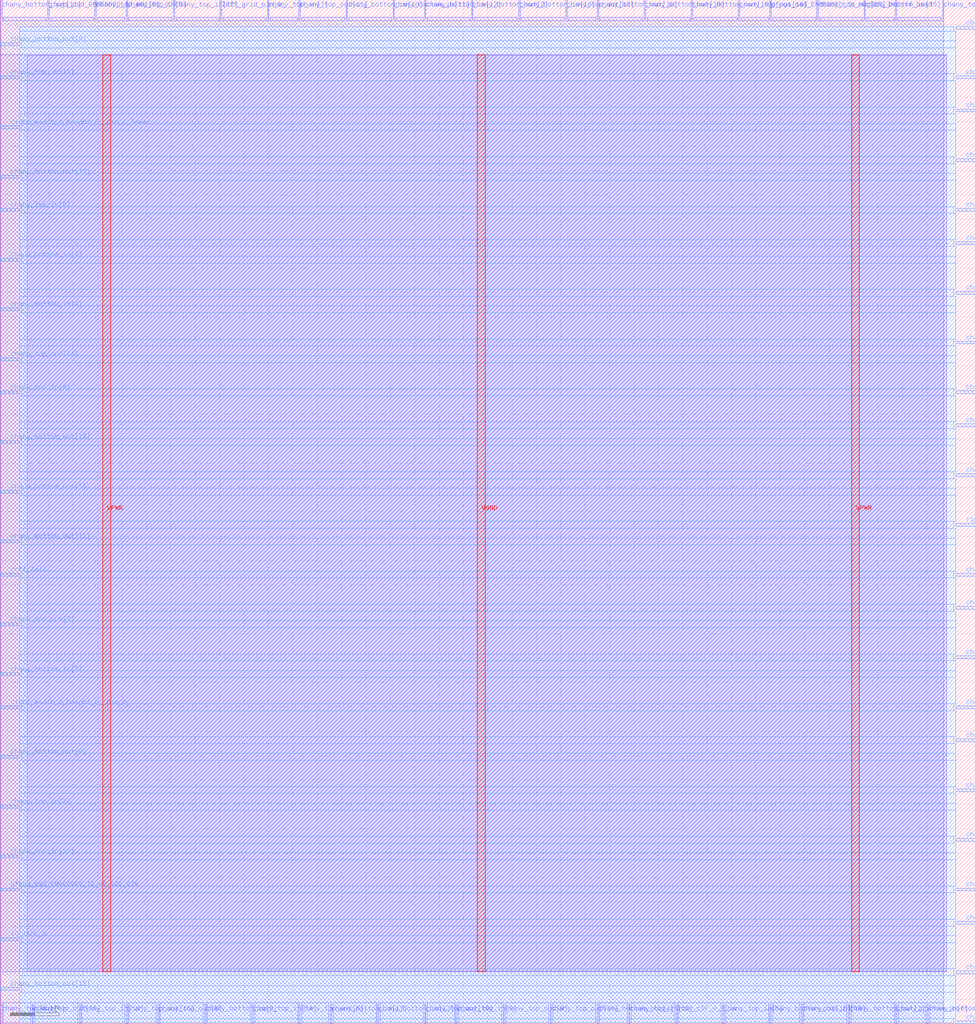
<source format=lef>
VERSION 5.7 ;
  NOWIREEXTENSIONATPIN ON ;
  DIVIDERCHAR "/" ;
  BUSBITCHARS "[]" ;
MACRO cby_0__1_
  CLASS BLOCK ;
  FOREIGN cby_0__1_ ;
  ORIGIN 0.000 0.000 ;
  SIZE 200.000 BY 210.000 ;
  PIN IO_ISOL_N
    DIRECTION INPUT ;
    USE SIGNAL ;
    PORT
      LAYER met3 ;
        RECT 0.000 17.040 4.000 17.640 ;
    END
  END IO_ISOL_N
  PIN VGND
    DIRECTION INOUT ;
    USE GROUND ;
    PORT
      LAYER met4 ;
        RECT 97.840 10.640 99.440 198.800 ;
    END
  END VGND
  PIN VPWR
    DIRECTION INOUT ;
    USE POWER ;
    PORT
      LAYER met4 ;
        RECT 21.040 10.640 22.640 198.800 ;
    END
    PORT
      LAYER met4 ;
        RECT 174.640 10.640 176.240 198.800 ;
    END
  END VPWR
  PIN ccff_head
    DIRECTION INPUT ;
    USE SIGNAL ;
    PORT
      LAYER met2 ;
        RECT 183.630 206.000 183.910 210.000 ;
    END
  END ccff_head
  PIN ccff_tail
    DIRECTION OUTPUT TRISTATE ;
    USE SIGNAL ;
    PORT
      LAYER met3 ;
        RECT 0.000 91.840 4.000 92.440 ;
    END
  END ccff_tail
  PIN chany_bottom_in[0]
    DIRECTION INPUT ;
    USE SIGNAL ;
    PORT
      LAYER met2 ;
        RECT 183.630 0.000 183.910 4.000 ;
    END
  END chany_bottom_in[0]
  PIN chany_bottom_in[10]
    DIRECTION INPUT ;
    USE SIGNAL ;
    PORT
      LAYER met2 ;
        RECT 70.930 206.000 71.210 210.000 ;
    END
  END chany_bottom_in[10]
  PIN chany_bottom_in[11]
    DIRECTION INPUT ;
    USE SIGNAL ;
    PORT
      LAYER met2 ;
        RECT 80.590 206.000 80.870 210.000 ;
    END
  END chany_bottom_in[11]
  PIN chany_bottom_in[12]
    DIRECTION INPUT ;
    USE SIGNAL ;
    PORT
      LAYER met2 ;
        RECT 87.030 206.000 87.310 210.000 ;
    END
  END chany_bottom_in[12]
  PIN chany_bottom_in[13]
    DIRECTION INPUT ;
    USE SIGNAL ;
    PORT
      LAYER met2 ;
        RECT 77.370 0.000 77.650 4.000 ;
    END
  END chany_bottom_in[13]
  PIN chany_bottom_in[14]
    DIRECTION INPUT ;
    USE SIGNAL ;
    PORT
      LAYER met3 ;
        RECT 196.000 47.640 200.000 48.240 ;
    END
  END chany_bottom_in[14]
  PIN chany_bottom_in[15]
    DIRECTION INPUT ;
    USE SIGNAL ;
    PORT
      LAYER met2 ;
        RECT 177.190 206.000 177.470 210.000 ;
    END
  END chany_bottom_in[15]
  PIN chany_bottom_in[16]
    DIRECTION INPUT ;
    USE SIGNAL ;
    PORT
      LAYER met2 ;
        RECT 106.350 206.000 106.630 210.000 ;
    END
  END chany_bottom_in[16]
  PIN chany_bottom_in[17]
    DIRECTION INPUT ;
    USE SIGNAL ;
    PORT
      LAYER met2 ;
        RECT 67.710 0.000 67.990 4.000 ;
    END
  END chany_bottom_in[17]
  PIN chany_bottom_in[18]
    DIRECTION INPUT ;
    USE SIGNAL ;
    PORT
      LAYER met3 ;
        RECT 196.000 64.640 200.000 65.240 ;
    END
  END chany_bottom_in[18]
  PIN chany_bottom_in[19]
    DIRECTION INPUT ;
    USE SIGNAL ;
    PORT
      LAYER met3 ;
        RECT 196.000 91.840 200.000 92.440 ;
    END
  END chany_bottom_in[19]
  PIN chany_bottom_in[1]
    DIRECTION INPUT ;
    USE SIGNAL ;
    PORT
      LAYER met3 ;
        RECT 196.000 187.040 200.000 187.640 ;
    END
  END chany_bottom_in[1]
  PIN chany_bottom_in[2]
    DIRECTION INPUT ;
    USE SIGNAL ;
    PORT
      LAYER met3 ;
        RECT 196.000 166.640 200.000 167.240 ;
    END
  END chany_bottom_in[2]
  PIN chany_bottom_in[3]
    DIRECTION INPUT ;
    USE SIGNAL ;
    PORT
      LAYER met3 ;
        RECT 196.000 27.240 200.000 27.840 ;
    END
  END chany_bottom_in[3]
  PIN chany_bottom_in[4]
    DIRECTION INPUT ;
    USE SIGNAL ;
    PORT
      LAYER met3 ;
        RECT 0.000 146.240 4.000 146.840 ;
    END
  END chany_bottom_in[4]
  PIN chany_bottom_in[5]
    DIRECTION INPUT ;
    USE SIGNAL ;
    PORT
      LAYER met2 ;
        RECT 41.950 0.000 42.230 4.000 ;
    END
  END chany_bottom_in[5]
  PIN chany_bottom_in[6]
    DIRECTION INPUT ;
    USE SIGNAL ;
    PORT
      LAYER met3 ;
        RECT 196.000 139.440 200.000 140.040 ;
    END
  END chany_bottom_in[6]
  PIN chany_bottom_in[7]
    DIRECTION INPUT ;
    USE SIGNAL ;
    PORT
      LAYER met3 ;
        RECT 0.000 156.440 4.000 157.040 ;
    END
  END chany_bottom_in[7]
  PIN chany_bottom_in[8]
    DIRECTION INPUT ;
    USE SIGNAL ;
    PORT
      LAYER met3 ;
        RECT 0.000 71.440 4.000 72.040 ;
    END
  END chany_bottom_in[8]
  PIN chany_bottom_in[9]
    DIRECTION INPUT ;
    USE SIGNAL ;
    PORT
      LAYER met3 ;
        RECT 196.000 149.640 200.000 150.240 ;
    END
  END chany_bottom_in[9]
  PIN chany_bottom_out[0]
    DIRECTION OUTPUT TRISTATE ;
    USE SIGNAL ;
    PORT
      LAYER met2 ;
        RECT 190.070 0.000 190.350 4.000 ;
    END
  END chany_bottom_out[0]
  PIN chany_bottom_out[10]
    DIRECTION OUTPUT TRISTATE ;
    USE SIGNAL ;
    PORT
      LAYER met2 ;
        RECT 122.450 206.000 122.730 210.000 ;
    END
  END chany_bottom_out[10]
  PIN chany_bottom_out[11]
    DIRECTION OUTPUT TRISTATE ;
    USE SIGNAL ;
    PORT
      LAYER met2 ;
        RECT 0.090 206.000 0.370 210.000 ;
    END
  END chany_bottom_out[11]
  PIN chany_bottom_out[12]
    DIRECTION OUTPUT TRISTATE ;
    USE SIGNAL ;
    PORT
      LAYER met3 ;
        RECT 196.000 159.840 200.000 160.440 ;
    END
  END chany_bottom_out[12]
  PIN chany_bottom_out[13]
    DIRECTION OUTPUT TRISTATE ;
    USE SIGNAL ;
    PORT
      LAYER met3 ;
        RECT 0.000 98.640 4.000 99.240 ;
    END
  END chany_bottom_out[13]
  PIN chany_bottom_out[14]
    DIRECTION OUTPUT TRISTATE ;
    USE SIGNAL ;
    PORT
      LAYER met3 ;
        RECT 0.000 119.040 4.000 119.640 ;
    END
  END chany_bottom_out[14]
  PIN chany_bottom_out[15]
    DIRECTION OUTPUT TRISTATE ;
    USE SIGNAL ;
    PORT
      LAYER met3 ;
        RECT 0.000 6.840 4.000 7.440 ;
    END
  END chany_bottom_out[15]
  PIN chany_bottom_out[16]
    DIRECTION OUTPUT TRISTATE ;
    USE SIGNAL ;
    PORT
      LAYER met2 ;
        RECT 157.870 0.000 158.150 4.000 ;
    END
  END chany_bottom_out[16]
  PIN chany_bottom_out[17]
    DIRECTION OUTPUT TRISTATE ;
    USE SIGNAL ;
    PORT
      LAYER met3 ;
        RECT 0.000 173.440 4.000 174.040 ;
    END
  END chany_bottom_out[17]
  PIN chany_bottom_out[18]
    DIRECTION OUTPUT TRISTATE ;
    USE SIGNAL ;
    PORT
      LAYER met2 ;
        RECT 132.110 206.000 132.390 210.000 ;
    END
  END chany_bottom_out[18]
  PIN chany_bottom_out[19]
    DIRECTION OUTPUT TRISTATE ;
    USE SIGNAL ;
    PORT
      LAYER met2 ;
        RECT 141.770 206.000 142.050 210.000 ;
    END
  END chany_bottom_out[19]
  PIN chany_bottom_out[1]
    DIRECTION OUTPUT TRISTATE ;
    USE SIGNAL ;
    PORT
      LAYER met2 ;
        RECT 173.970 0.000 174.250 4.000 ;
    END
  END chany_bottom_out[1]
  PIN chany_bottom_out[2]
    DIRECTION OUTPUT TRISTATE ;
    USE SIGNAL ;
    PORT
      LAYER met2 ;
        RECT 96.690 206.000 96.970 210.000 ;
    END
  END chany_bottom_out[2]
  PIN chany_bottom_out[3]
    DIRECTION OUTPUT TRISTATE ;
    USE SIGNAL ;
    PORT
      LAYER met3 ;
        RECT 196.000 176.840 200.000 177.440 ;
    END
  END chany_bottom_out[3]
  PIN chany_bottom_out[4]
    DIRECTION OUTPUT TRISTATE ;
    USE SIGNAL ;
    PORT
      LAYER met2 ;
        RECT 122.450 0.000 122.730 4.000 ;
    END
  END chany_bottom_out[4]
  PIN chany_bottom_out[5]
    DIRECTION OUTPUT TRISTATE ;
    USE SIGNAL ;
    PORT
      LAYER met3 ;
        RECT 0.000 108.840 4.000 109.440 ;
    END
  END chany_bottom_out[5]
  PIN chany_bottom_out[6]
    DIRECTION OUTPUT TRISTATE ;
    USE SIGNAL ;
    PORT
      LAYER met3 ;
        RECT 196.000 10.240 200.000 10.840 ;
    END
  END chany_bottom_out[6]
  PIN chany_bottom_out[7]
    DIRECTION OUTPUT TRISTATE ;
    USE SIGNAL ;
    PORT
      LAYER met3 ;
        RECT 196.000 85.040 200.000 85.640 ;
    END
  END chany_bottom_out[7]
  PIN chany_bottom_out[8]
    DIRECTION OUTPUT TRISTATE ;
    USE SIGNAL ;
    PORT
      LAYER met3 ;
        RECT 0.000 200.640 4.000 201.240 ;
    END
  END chany_bottom_out[8]
  PIN chany_bottom_out[9]
    DIRECTION OUTPUT TRISTATE ;
    USE SIGNAL ;
    PORT
      LAYER met3 ;
        RECT 0.000 54.440 4.000 55.040 ;
    END
  END chany_bottom_out[9]
  PIN chany_top_in[0]
    DIRECTION INPUT ;
    USE SIGNAL ;
    PORT
      LAYER met3 ;
        RECT 0.000 166.640 4.000 167.240 ;
    END
  END chany_top_in[0]
  PIN chany_top_in[10]
    DIRECTION INPUT ;
    USE SIGNAL ;
    PORT
      LAYER met3 ;
        RECT 0.000 34.040 4.000 34.640 ;
    END
  END chany_top_in[10]
  PIN chany_top_in[11]
    DIRECTION INPUT ;
    USE SIGNAL ;
    PORT
      LAYER met3 ;
        RECT 196.000 193.840 200.000 194.440 ;
    END
  END chany_top_in[11]
  PIN chany_top_in[12]
    DIRECTION INPUT ;
    USE SIGNAL ;
    PORT
      LAYER met2 ;
        RECT 35.510 206.000 35.790 210.000 ;
    END
  END chany_top_in[12]
  PIN chany_top_in[13]
    DIRECTION INPUT ;
    USE SIGNAL ;
    PORT
      LAYER met2 ;
        RECT 16.190 0.000 16.470 4.000 ;
    END
  END chany_top_in[13]
  PIN chany_top_in[14]
    DIRECTION INPUT ;
    USE SIGNAL ;
    PORT
      LAYER met2 ;
        RECT 51.610 0.000 51.890 4.000 ;
    END
  END chany_top_in[14]
  PIN chany_top_in[15]
    DIRECTION INPUT ;
    USE SIGNAL ;
    PORT
      LAYER met2 ;
        RECT 164.310 0.000 164.590 4.000 ;
    END
  END chany_top_in[15]
  PIN chany_top_in[16]
    DIRECTION INPUT ;
    USE SIGNAL ;
    PORT
      LAYER met3 ;
        RECT 196.000 74.840 200.000 75.440 ;
    END
  END chany_top_in[16]
  PIN chany_top_in[17]
    DIRECTION INPUT ;
    USE SIGNAL ;
    PORT
      LAYER met3 ;
        RECT 196.000 37.440 200.000 38.040 ;
    END
  END chany_top_in[17]
  PIN chany_top_in[18]
    DIRECTION INPUT ;
    USE SIGNAL ;
    PORT
      LAYER met2 ;
        RECT 128.890 0.000 129.170 4.000 ;
    END
  END chany_top_in[18]
  PIN chany_top_in[19]
    DIRECTION INPUT ;
    USE SIGNAL ;
    PORT
      LAYER met3 ;
        RECT 0.000 193.840 4.000 194.440 ;
    END
  END chany_top_in[19]
  PIN chany_top_in[1]
    DIRECTION INPUT ;
    USE SIGNAL ;
    PORT
      LAYER met3 ;
        RECT 196.000 0.040 200.000 0.640 ;
    END
  END chany_top_in[1]
  PIN chany_top_in[2]
    DIRECTION INPUT ;
    USE SIGNAL ;
    PORT
      LAYER met3 ;
        RECT 0.000 44.240 4.000 44.840 ;
    END
  END chany_top_in[2]
  PIN chany_top_in[3]
    DIRECTION INPUT ;
    USE SIGNAL ;
    PORT
      LAYER met3 ;
        RECT 196.000 57.840 200.000 58.440 ;
    END
  END chany_top_in[3]
  PIN chany_top_in[4]
    DIRECTION INPUT ;
    USE SIGNAL ;
    PORT
      LAYER met3 ;
        RECT 0.000 129.240 4.000 129.840 ;
    END
  END chany_top_in[4]
  PIN chany_top_in[5]
    DIRECTION INPUT ;
    USE SIGNAL ;
    PORT
      LAYER met2 ;
        RECT 148.210 0.000 148.490 4.000 ;
    END
  END chany_top_in[5]
  PIN chany_top_in[6]
    DIRECTION INPUT ;
    USE SIGNAL ;
    PORT
      LAYER met3 ;
        RECT 196.000 129.240 200.000 129.840 ;
    END
  END chany_top_in[6]
  PIN chany_top_in[7]
    DIRECTION INPUT ;
    USE SIGNAL ;
    PORT
      LAYER met2 ;
        RECT 54.830 206.000 55.110 210.000 ;
    END
  END chany_top_in[7]
  PIN chany_top_in[8]
    DIRECTION INPUT ;
    USE SIGNAL ;
    PORT
      LAYER met2 ;
        RECT 25.850 206.000 26.130 210.000 ;
    END
  END chany_top_in[8]
  PIN chany_top_in[9]
    DIRECTION INPUT ;
    USE SIGNAL ;
    PORT
      LAYER met2 ;
        RECT 93.470 0.000 93.750 4.000 ;
    END
  END chany_top_in[9]
  PIN chany_top_out[0]
    DIRECTION OUTPUT TRISTATE ;
    USE SIGNAL ;
    PORT
      LAYER met2 ;
        RECT 0.090 0.000 0.370 4.000 ;
    END
  END chany_top_out[0]
  PIN chany_top_out[10]
    DIRECTION OUTPUT TRISTATE ;
    USE SIGNAL ;
    PORT
      LAYER met2 ;
        RECT 112.790 0.000 113.070 4.000 ;
    END
  END chany_top_out[10]
  PIN chany_top_out[11]
    DIRECTION OUTPUT TRISTATE ;
    USE SIGNAL ;
    PORT
      LAYER met2 ;
        RECT 61.270 206.000 61.550 210.000 ;
    END
  END chany_top_out[11]
  PIN chany_top_out[12]
    DIRECTION OUTPUT TRISTATE ;
    USE SIGNAL ;
    PORT
      LAYER met2 ;
        RECT 116.010 206.000 116.290 210.000 ;
    END
  END chany_top_out[12]
  PIN chany_top_out[13]
    DIRECTION OUTPUT TRISTATE ;
    USE SIGNAL ;
    PORT
      LAYER met2 ;
        RECT 167.530 206.000 167.810 210.000 ;
    END
  END chany_top_out[13]
  PIN chany_top_out[14]
    DIRECTION OUTPUT TRISTATE ;
    USE SIGNAL ;
    PORT
      LAYER met3 ;
        RECT 0.000 136.040 4.000 136.640 ;
    END
  END chany_top_out[14]
  PIN chany_top_out[15]
    DIRECTION OUTPUT TRISTATE ;
    USE SIGNAL ;
    PORT
      LAYER met2 ;
        RECT 25.850 0.000 26.130 4.000 ;
    END
  END chany_top_out[15]
  PIN chany_top_out[16]
    DIRECTION OUTPUT TRISTATE ;
    USE SIGNAL ;
    PORT
      LAYER met2 ;
        RECT 6.530 0.000 6.810 4.000 ;
    END
  END chany_top_out[16]
  PIN chany_top_out[17]
    DIRECTION OUTPUT TRISTATE ;
    USE SIGNAL ;
    PORT
      LAYER met2 ;
        RECT 193.290 206.000 193.570 210.000 ;
    END
  END chany_top_out[17]
  PIN chany_top_out[18]
    DIRECTION OUTPUT TRISTATE ;
    USE SIGNAL ;
    PORT
      LAYER met2 ;
        RECT 151.430 206.000 151.710 210.000 ;
    END
  END chany_top_out[18]
  PIN chany_top_out[19]
    DIRECTION OUTPUT TRISTATE ;
    USE SIGNAL ;
    PORT
      LAYER met2 ;
        RECT 87.030 0.000 87.310 4.000 ;
    END
  END chany_top_out[19]
  PIN chany_top_out[1]
    DIRECTION OUTPUT TRISTATE ;
    USE SIGNAL ;
    PORT
      LAYER met3 ;
        RECT 196.000 204.040 200.000 204.640 ;
    END
  END chany_top_out[1]
  PIN chany_top_out[2]
    DIRECTION OUTPUT TRISTATE ;
    USE SIGNAL ;
    PORT
      LAYER met3 ;
        RECT 196.000 20.440 200.000 21.040 ;
    END
  END chany_top_out[2]
  PIN chany_top_out[3]
    DIRECTION OUTPUT TRISTATE ;
    USE SIGNAL ;
    PORT
      LAYER met2 ;
        RECT 19.410 206.000 19.690 210.000 ;
    END
  END chany_top_out[3]
  PIN chany_top_out[4]
    DIRECTION OUTPUT TRISTATE ;
    USE SIGNAL ;
    PORT
      LAYER met3 ;
        RECT 196.000 112.240 200.000 112.840 ;
    END
  END chany_top_out[4]
  PIN chany_top_out[5]
    DIRECTION OUTPUT TRISTATE ;
    USE SIGNAL ;
    PORT
      LAYER met2 ;
        RECT 32.290 0.000 32.570 4.000 ;
    END
  END chany_top_out[5]
  PIN chany_top_out[6]
    DIRECTION OUTPUT TRISTATE ;
    USE SIGNAL ;
    PORT
      LAYER met2 ;
        RECT 61.270 0.000 61.550 4.000 ;
    END
  END chany_top_out[6]
  PIN chany_top_out[7]
    DIRECTION OUTPUT TRISTATE ;
    USE SIGNAL ;
    PORT
      LAYER met3 ;
        RECT 0.000 81.640 4.000 82.240 ;
    END
  END chany_top_out[7]
  PIN chany_top_out[8]
    DIRECTION OUTPUT TRISTATE ;
    USE SIGNAL ;
    PORT
      LAYER met3 ;
        RECT 196.000 122.440 200.000 123.040 ;
    END
  END chany_top_out[8]
  PIN chany_top_out[9]
    DIRECTION OUTPUT TRISTATE ;
    USE SIGNAL ;
    PORT
      LAYER met2 ;
        RECT 103.130 0.000 103.410 4.000 ;
    END
  END chany_top_out[9]
  PIN gfpga_pad_EMBEDDED_IO_HD_SOC_DIR
    DIRECTION OUTPUT TRISTATE ;
    USE SIGNAL ;
    PORT
      LAYER met3 ;
        RECT 0.000 27.240 4.000 27.840 ;
    END
  END gfpga_pad_EMBEDDED_IO_HD_SOC_DIR
  PIN gfpga_pad_EMBEDDED_IO_HD_SOC_IN
    DIRECTION INPUT ;
    USE SIGNAL ;
    PORT
      LAYER met2 ;
        RECT 157.870 206.000 158.150 210.000 ;
    END
  END gfpga_pad_EMBEDDED_IO_HD_SOC_IN
  PIN gfpga_pad_EMBEDDED_IO_HD_SOC_OUT
    DIRECTION OUTPUT TRISTATE ;
    USE SIGNAL ;
    PORT
      LAYER met2 ;
        RECT 9.750 206.000 10.030 210.000 ;
    END
  END gfpga_pad_EMBEDDED_IO_HD_SOC_OUT
  PIN left_grid_pin_0_
    DIRECTION OUTPUT TRISTATE ;
    USE SIGNAL ;
    PORT
      LAYER met2 ;
        RECT 45.170 206.000 45.450 210.000 ;
    END
  END left_grid_pin_0_
  PIN prog_clk_0_E_in
    DIRECTION INPUT ;
    USE SIGNAL ;
    PORT
      LAYER met2 ;
        RECT 138.550 0.000 138.830 4.000 ;
    END
  END prog_clk_0_E_in
  PIN right_width_0_height_0__pin_0_
    DIRECTION INPUT ;
    USE SIGNAL ;
    PORT
      LAYER met3 ;
        RECT 0.000 64.640 4.000 65.240 ;
    END
  END right_width_0_height_0__pin_0_
  PIN right_width_0_height_0__pin_1_lower
    DIRECTION OUTPUT TRISTATE ;
    USE SIGNAL ;
    PORT
      LAYER met3 ;
        RECT 0.000 183.640 4.000 184.240 ;
    END
  END right_width_0_height_0__pin_1_lower
  PIN right_width_0_height_0__pin_1_upper
    DIRECTION OUTPUT TRISTATE ;
    USE SIGNAL ;
    PORT
      LAYER met3 ;
        RECT 196.000 102.040 200.000 102.640 ;
    END
  END right_width_0_height_0__pin_1_upper
  OBS
      LAYER li1 ;
        RECT 5.520 10.795 194.120 198.645 ;
      LAYER met1 ;
        RECT 0.070 10.640 194.120 198.800 ;
      LAYER met2 ;
        RECT 0.650 205.720 9.470 206.450 ;
        RECT 10.310 205.720 19.130 206.450 ;
        RECT 19.970 205.720 25.570 206.450 ;
        RECT 26.410 205.720 35.230 206.450 ;
        RECT 36.070 205.720 44.890 206.450 ;
        RECT 45.730 205.720 54.550 206.450 ;
        RECT 55.390 205.720 60.990 206.450 ;
        RECT 61.830 205.720 70.650 206.450 ;
        RECT 71.490 205.720 80.310 206.450 ;
        RECT 81.150 205.720 86.750 206.450 ;
        RECT 87.590 205.720 96.410 206.450 ;
        RECT 97.250 205.720 106.070 206.450 ;
        RECT 106.910 205.720 115.730 206.450 ;
        RECT 116.570 205.720 122.170 206.450 ;
        RECT 123.010 205.720 131.830 206.450 ;
        RECT 132.670 205.720 141.490 206.450 ;
        RECT 142.330 205.720 151.150 206.450 ;
        RECT 151.990 205.720 157.590 206.450 ;
        RECT 158.430 205.720 167.250 206.450 ;
        RECT 168.090 205.720 176.910 206.450 ;
        RECT 177.750 205.720 183.350 206.450 ;
        RECT 184.190 205.720 193.010 206.450 ;
        RECT 0.100 4.280 193.560 205.720 ;
        RECT 0.650 0.155 6.250 4.280 ;
        RECT 7.090 0.155 15.910 4.280 ;
        RECT 16.750 0.155 25.570 4.280 ;
        RECT 26.410 0.155 32.010 4.280 ;
        RECT 32.850 0.155 41.670 4.280 ;
        RECT 42.510 0.155 51.330 4.280 ;
        RECT 52.170 0.155 60.990 4.280 ;
        RECT 61.830 0.155 67.430 4.280 ;
        RECT 68.270 0.155 77.090 4.280 ;
        RECT 77.930 0.155 86.750 4.280 ;
        RECT 87.590 0.155 93.190 4.280 ;
        RECT 94.030 0.155 102.850 4.280 ;
        RECT 103.690 0.155 112.510 4.280 ;
        RECT 113.350 0.155 122.170 4.280 ;
        RECT 123.010 0.155 128.610 4.280 ;
        RECT 129.450 0.155 138.270 4.280 ;
        RECT 139.110 0.155 147.930 4.280 ;
        RECT 148.770 0.155 157.590 4.280 ;
        RECT 158.430 0.155 164.030 4.280 ;
        RECT 164.870 0.155 173.690 4.280 ;
        RECT 174.530 0.155 183.350 4.280 ;
        RECT 184.190 0.155 189.790 4.280 ;
        RECT 190.630 0.155 193.560 4.280 ;
      LAYER met3 ;
        RECT 4.000 203.640 195.600 204.505 ;
        RECT 4.000 201.640 196.000 203.640 ;
        RECT 4.400 200.240 196.000 201.640 ;
        RECT 4.000 194.840 196.000 200.240 ;
        RECT 4.400 193.440 195.600 194.840 ;
        RECT 4.000 188.040 196.000 193.440 ;
        RECT 4.000 186.640 195.600 188.040 ;
        RECT 4.000 184.640 196.000 186.640 ;
        RECT 4.400 183.240 196.000 184.640 ;
        RECT 4.000 177.840 196.000 183.240 ;
        RECT 4.000 176.440 195.600 177.840 ;
        RECT 4.000 174.440 196.000 176.440 ;
        RECT 4.400 173.040 196.000 174.440 ;
        RECT 4.000 167.640 196.000 173.040 ;
        RECT 4.400 166.240 195.600 167.640 ;
        RECT 4.000 160.840 196.000 166.240 ;
        RECT 4.000 159.440 195.600 160.840 ;
        RECT 4.000 157.440 196.000 159.440 ;
        RECT 4.400 156.040 196.000 157.440 ;
        RECT 4.000 150.640 196.000 156.040 ;
        RECT 4.000 149.240 195.600 150.640 ;
        RECT 4.000 147.240 196.000 149.240 ;
        RECT 4.400 145.840 196.000 147.240 ;
        RECT 4.000 140.440 196.000 145.840 ;
        RECT 4.000 139.040 195.600 140.440 ;
        RECT 4.000 137.040 196.000 139.040 ;
        RECT 4.400 135.640 196.000 137.040 ;
        RECT 4.000 130.240 196.000 135.640 ;
        RECT 4.400 128.840 195.600 130.240 ;
        RECT 4.000 123.440 196.000 128.840 ;
        RECT 4.000 122.040 195.600 123.440 ;
        RECT 4.000 120.040 196.000 122.040 ;
        RECT 4.400 118.640 196.000 120.040 ;
        RECT 4.000 113.240 196.000 118.640 ;
        RECT 4.000 111.840 195.600 113.240 ;
        RECT 4.000 109.840 196.000 111.840 ;
        RECT 4.400 108.440 196.000 109.840 ;
        RECT 4.000 103.040 196.000 108.440 ;
        RECT 4.000 101.640 195.600 103.040 ;
        RECT 4.000 99.640 196.000 101.640 ;
        RECT 4.400 98.240 196.000 99.640 ;
        RECT 4.000 92.840 196.000 98.240 ;
        RECT 4.400 91.440 195.600 92.840 ;
        RECT 4.000 86.040 196.000 91.440 ;
        RECT 4.000 84.640 195.600 86.040 ;
        RECT 4.000 82.640 196.000 84.640 ;
        RECT 4.400 81.240 196.000 82.640 ;
        RECT 4.000 75.840 196.000 81.240 ;
        RECT 4.000 74.440 195.600 75.840 ;
        RECT 4.000 72.440 196.000 74.440 ;
        RECT 4.400 71.040 196.000 72.440 ;
        RECT 4.000 65.640 196.000 71.040 ;
        RECT 4.400 64.240 195.600 65.640 ;
        RECT 4.000 58.840 196.000 64.240 ;
        RECT 4.000 57.440 195.600 58.840 ;
        RECT 4.000 55.440 196.000 57.440 ;
        RECT 4.400 54.040 196.000 55.440 ;
        RECT 4.000 48.640 196.000 54.040 ;
        RECT 4.000 47.240 195.600 48.640 ;
        RECT 4.000 45.240 196.000 47.240 ;
        RECT 4.400 43.840 196.000 45.240 ;
        RECT 4.000 38.440 196.000 43.840 ;
        RECT 4.000 37.040 195.600 38.440 ;
        RECT 4.000 35.040 196.000 37.040 ;
        RECT 4.400 33.640 196.000 35.040 ;
        RECT 4.000 28.240 196.000 33.640 ;
        RECT 4.400 26.840 195.600 28.240 ;
        RECT 4.000 21.440 196.000 26.840 ;
        RECT 4.000 20.040 195.600 21.440 ;
        RECT 4.000 18.040 196.000 20.040 ;
        RECT 4.400 16.640 196.000 18.040 ;
        RECT 4.000 11.240 196.000 16.640 ;
        RECT 4.000 9.840 195.600 11.240 ;
        RECT 4.000 7.840 196.000 9.840 ;
        RECT 4.400 6.440 196.000 7.840 ;
        RECT 4.000 1.040 196.000 6.440 ;
        RECT 4.000 0.175 195.600 1.040 ;
  END
END cby_0__1_
END LIBRARY


</source>
